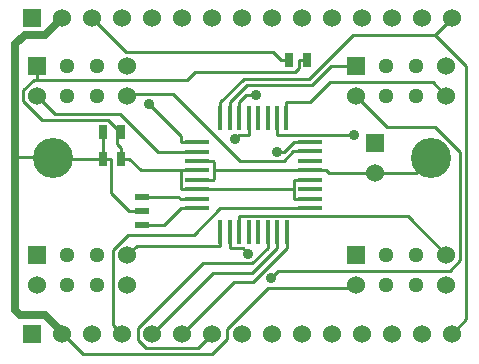
<source format=gtl>
G04 (created by PCBNEW (2013-mar-13)-testing) date Tue 23 Sep 2014 12:36:19 PM PDT*
%MOIN*%
G04 Gerber Fmt 3.4, Leading zero omitted, Abs format*
%FSLAX34Y34*%
G01*
G70*
G90*
G04 APERTURE LIST*
%ADD10C,0.005906*%
%ADD11R,0.060000X0.060000*%
%ADD12C,0.060000*%
%ADD13R,0.025000X0.045000*%
%ADD14R,0.078700X0.017700*%
%ADD15R,0.017700X0.078700*%
%ADD16R,0.051200X0.019700*%
%ADD17C,0.133900*%
%ADD18C,0.051000*%
%ADD19C,0.035000*%
%ADD20C,0.010000*%
%ADD21C,0.025000*%
G04 APERTURE END LIST*
G54D10*
G54D11*
X20559Y-33425D03*
G54D12*
X21559Y-33425D03*
X22559Y-33425D03*
X23559Y-33425D03*
X24559Y-33425D03*
X25559Y-33425D03*
X26559Y-33425D03*
X27559Y-33425D03*
X28559Y-33425D03*
X29559Y-33425D03*
X30559Y-33425D03*
X31559Y-33425D03*
X32559Y-33425D03*
X33559Y-33425D03*
X34559Y-33425D03*
G54D11*
X20559Y-22893D03*
G54D12*
X21559Y-22893D03*
X22559Y-22893D03*
X23559Y-22893D03*
X24559Y-22893D03*
X25559Y-22893D03*
X26559Y-22893D03*
X27559Y-22893D03*
X28559Y-22893D03*
X29559Y-22893D03*
X30559Y-22893D03*
X31559Y-22893D03*
X32559Y-22893D03*
X33559Y-22893D03*
X34559Y-22893D03*
G54D13*
X23528Y-26692D03*
X22928Y-26692D03*
X23528Y-27598D03*
X22928Y-27598D03*
G54D14*
X26056Y-29242D03*
X26056Y-28927D03*
X26056Y-28612D03*
X26056Y-28297D03*
X26056Y-27982D03*
X26056Y-27667D03*
X26056Y-27352D03*
X26056Y-27037D03*
X29822Y-27039D03*
X29822Y-29249D03*
X29822Y-28929D03*
X29822Y-28609D03*
X29822Y-28299D03*
X29822Y-27979D03*
X29822Y-27669D03*
X29822Y-27349D03*
G54D15*
X26840Y-26249D03*
X27154Y-26249D03*
X27470Y-26249D03*
X27784Y-26249D03*
X28100Y-26249D03*
X28414Y-26249D03*
X28730Y-26249D03*
X29044Y-26249D03*
X26842Y-30029D03*
X27152Y-30029D03*
X27472Y-30029D03*
X27782Y-30029D03*
X28092Y-30029D03*
X28412Y-30029D03*
X28732Y-30029D03*
X29052Y-30029D03*
G54D13*
X29129Y-24311D03*
X29729Y-24311D03*
G54D16*
X24212Y-29330D03*
X24212Y-29802D03*
X24212Y-28858D03*
G54D11*
X32007Y-27059D03*
G54D12*
X32007Y-28059D03*
G54D17*
X21259Y-27559D03*
X33858Y-27559D03*
G54D11*
X31374Y-30799D03*
G54D12*
X34374Y-30799D03*
X31374Y-31799D03*
X34374Y-31799D03*
G54D18*
X32374Y-30799D03*
X33374Y-30799D03*
X33374Y-31799D03*
X32374Y-31799D03*
G54D11*
X31374Y-24500D03*
G54D12*
X34374Y-24500D03*
X31374Y-25500D03*
X34374Y-25500D03*
G54D18*
X32374Y-24500D03*
X33374Y-24500D03*
X33374Y-25500D03*
X32374Y-25500D03*
G54D11*
X20744Y-30799D03*
G54D12*
X23744Y-30799D03*
X20744Y-31799D03*
X23744Y-31799D03*
G54D18*
X21744Y-30799D03*
X22744Y-30799D03*
X22744Y-31799D03*
X21744Y-31799D03*
G54D11*
X20744Y-24500D03*
G54D12*
X23744Y-24500D03*
X20744Y-25500D03*
X23744Y-25500D03*
G54D18*
X21744Y-24500D03*
X22744Y-24500D03*
X22744Y-25500D03*
X21744Y-25500D03*
G54D19*
X24451Y-25763D03*
X28517Y-31575D03*
X27766Y-30758D03*
X28012Y-25468D03*
X28737Y-27352D03*
X31304Y-26793D03*
X27331Y-26919D03*
G54D20*
X29822Y-28299D02*
X29279Y-28299D01*
X29822Y-28929D02*
X29279Y-28929D01*
X26056Y-27982D02*
X25513Y-27982D01*
X23528Y-27598D02*
X23803Y-27598D01*
X23528Y-26692D02*
X23390Y-26692D01*
X23390Y-27085D02*
X23528Y-27223D01*
X23390Y-26692D02*
X23390Y-27085D01*
X23528Y-27598D02*
X23528Y-27223D01*
X24187Y-27982D02*
X25513Y-27982D01*
X23803Y-27598D02*
X24187Y-27982D01*
X25513Y-28612D02*
X25513Y-27982D01*
X26056Y-28612D02*
X25513Y-28612D01*
X26056Y-28612D02*
X26600Y-28612D01*
X29279Y-28612D02*
X26600Y-28612D01*
X29279Y-28299D02*
X29279Y-28612D01*
X29279Y-28612D02*
X29279Y-28929D01*
X23390Y-26584D02*
X23390Y-26692D01*
X23094Y-26288D02*
X23390Y-26584D01*
X20883Y-26288D02*
X23094Y-26288D01*
X20275Y-25680D02*
X20883Y-26288D01*
X20275Y-25306D02*
X20275Y-25680D01*
X20631Y-24950D02*
X20275Y-25306D01*
X20744Y-24950D02*
X20631Y-24950D01*
X20744Y-24500D02*
X20744Y-24950D01*
X25722Y-24950D02*
X20744Y-24950D01*
X25986Y-24686D02*
X25722Y-24950D01*
X29319Y-24686D02*
X25986Y-24686D01*
X29454Y-24551D02*
X29319Y-24686D01*
X29454Y-24311D02*
X29454Y-24551D01*
X29729Y-24311D02*
X29454Y-24311D01*
X26090Y-33894D02*
X26559Y-33425D01*
X24362Y-33894D02*
X26090Y-33894D01*
X24097Y-33628D02*
X24362Y-33894D01*
X24097Y-33248D02*
X24097Y-33628D01*
X26262Y-31083D02*
X24097Y-33248D01*
X27902Y-31083D02*
X26262Y-31083D01*
X28412Y-30573D02*
X27902Y-31083D01*
X28412Y-30029D02*
X28412Y-30573D01*
X29052Y-30029D02*
X29052Y-30573D01*
X27927Y-31698D02*
X29052Y-30573D01*
X27285Y-31698D02*
X27927Y-31698D01*
X25559Y-33425D02*
X27285Y-31698D01*
X26585Y-31398D02*
X24559Y-33425D01*
X27907Y-31398D02*
X26585Y-31398D01*
X28732Y-30573D02*
X27907Y-31398D01*
X28732Y-30029D02*
X28732Y-30573D01*
X23277Y-33143D02*
X23559Y-33425D01*
X23277Y-30621D02*
X23277Y-33143D01*
X23774Y-30123D02*
X23277Y-30621D01*
X25961Y-30123D02*
X23774Y-30123D01*
X26835Y-29249D02*
X25961Y-30123D01*
X29822Y-29249D02*
X26835Y-29249D01*
X25513Y-26824D02*
X25513Y-27037D01*
X24451Y-25763D02*
X25513Y-26824D01*
X26056Y-27037D02*
X25513Y-27037D01*
X26842Y-30029D02*
X26842Y-30490D01*
X24052Y-30490D02*
X23744Y-30799D01*
X26842Y-30490D02*
X24052Y-30490D01*
X27152Y-30029D02*
X27152Y-30573D01*
X27581Y-30573D02*
X27766Y-30758D01*
X27152Y-30573D02*
X27581Y-30573D01*
X28761Y-31331D02*
X28517Y-31575D01*
X34478Y-31331D02*
X28761Y-31331D01*
X34827Y-30982D02*
X34478Y-31331D01*
X34827Y-27354D02*
X34827Y-30982D01*
X33999Y-26526D02*
X34827Y-27354D01*
X32400Y-26526D02*
X33999Y-26526D01*
X31374Y-25500D02*
X32400Y-26526D01*
X27470Y-26249D02*
X27470Y-25705D01*
X27708Y-25468D02*
X28012Y-25468D01*
X27470Y-25705D02*
X27708Y-25468D01*
X27154Y-26249D02*
X27154Y-25705D01*
X31374Y-24500D02*
X30923Y-24500D01*
X30518Y-24500D02*
X30923Y-24500D01*
X29887Y-25131D02*
X30518Y-24500D01*
X27729Y-25131D02*
X29887Y-25131D01*
X27154Y-25705D02*
X27729Y-25131D01*
X21332Y-26088D02*
X20744Y-25500D01*
X23496Y-26088D02*
X21332Y-26088D01*
X24761Y-27352D02*
X23496Y-26088D01*
X26056Y-27352D02*
X24761Y-27352D01*
X29279Y-29485D02*
X27472Y-29485D01*
X29303Y-29510D02*
X29279Y-29485D01*
X33085Y-29510D02*
X29303Y-29510D01*
X34374Y-30799D02*
X33085Y-29510D01*
X27472Y-30029D02*
X27472Y-29485D01*
X26840Y-26249D02*
X26840Y-25705D01*
X33994Y-23457D02*
X34559Y-22893D01*
X35043Y-24506D02*
X33994Y-23457D01*
X35043Y-32940D02*
X35043Y-24506D01*
X34559Y-33425D02*
X35043Y-32940D01*
X31256Y-23457D02*
X33994Y-23457D01*
X29782Y-24931D02*
X31256Y-23457D01*
X27615Y-24931D02*
X29782Y-24931D01*
X26840Y-25705D02*
X27615Y-24931D01*
X29274Y-27349D02*
X29822Y-27349D01*
X28946Y-27678D02*
X29274Y-27349D01*
X27504Y-27678D02*
X28946Y-27678D01*
X25264Y-25438D02*
X27504Y-27678D01*
X23806Y-25438D02*
X25264Y-25438D01*
X23744Y-25500D02*
X23806Y-25438D01*
X29822Y-27039D02*
X29279Y-27039D01*
X28965Y-27352D02*
X28737Y-27352D01*
X29279Y-27039D02*
X28965Y-27352D01*
X29827Y-25705D02*
X29044Y-25705D01*
X30485Y-25047D02*
X29827Y-25705D01*
X33922Y-25047D02*
X30485Y-25047D01*
X34374Y-25500D02*
X33922Y-25047D01*
X29044Y-26249D02*
X29044Y-25705D01*
X28730Y-26249D02*
X28730Y-26793D01*
X28730Y-26793D02*
X31304Y-26793D01*
X29129Y-24311D02*
X28854Y-24311D01*
X28578Y-24035D02*
X28854Y-24311D01*
X23701Y-24035D02*
X28578Y-24035D01*
X22559Y-22893D02*
X23701Y-24035D01*
X27784Y-26249D02*
X27784Y-26793D01*
X27457Y-26793D02*
X27331Y-26919D01*
X27784Y-26793D02*
X27457Y-26793D01*
X25444Y-28858D02*
X25513Y-28927D01*
X24212Y-28858D02*
X25444Y-28858D01*
X26056Y-28927D02*
X25513Y-28927D01*
X24953Y-29802D02*
X25513Y-29242D01*
X24212Y-29802D02*
X24953Y-29802D01*
X26056Y-29242D02*
X25513Y-29242D01*
X21299Y-27598D02*
X21259Y-27559D01*
X22653Y-27598D02*
X21299Y-27598D01*
X22812Y-27598D02*
X22653Y-27598D01*
X26056Y-28297D02*
X26600Y-28297D01*
X26617Y-27685D02*
X26600Y-27667D01*
X26617Y-27979D02*
X26617Y-27685D01*
X26617Y-28280D02*
X26617Y-27979D01*
X26600Y-28297D02*
X26617Y-28280D01*
X26617Y-27979D02*
X29822Y-27979D01*
X26056Y-27667D02*
X26600Y-27667D01*
G54D21*
X21559Y-33425D02*
X21559Y-33397D01*
G54D20*
X33358Y-28059D02*
X32007Y-28059D01*
X33858Y-27559D02*
X33358Y-28059D01*
X29822Y-27979D02*
X30366Y-27979D01*
X30445Y-28059D02*
X32007Y-28059D01*
X30366Y-27979D02*
X30445Y-28059D01*
G54D21*
X20000Y-32637D02*
X20000Y-27549D01*
X20157Y-32795D02*
X20000Y-32637D01*
X20984Y-32795D02*
X20157Y-32795D01*
X21559Y-33370D02*
X20984Y-32795D01*
X21559Y-33397D02*
X21559Y-33370D01*
X20988Y-23464D02*
X21559Y-22893D01*
X20314Y-23464D02*
X20988Y-23464D01*
X20000Y-23779D02*
X20314Y-23464D01*
X20000Y-27549D02*
X20000Y-23779D01*
G54D20*
X21250Y-27549D02*
X21259Y-27559D01*
X20000Y-27549D02*
X21250Y-27549D01*
X22870Y-27540D02*
X22928Y-27598D01*
X22928Y-27482D02*
X22870Y-27540D01*
X22928Y-26692D02*
X22928Y-27482D01*
X22870Y-27540D02*
X22812Y-27598D01*
X23203Y-28727D02*
X23203Y-27598D01*
X23806Y-29330D02*
X23203Y-28727D01*
X24212Y-29330D02*
X23806Y-29330D01*
X22928Y-27598D02*
X23203Y-27598D01*
X31273Y-31900D02*
X31374Y-31799D01*
X28441Y-31900D02*
X31273Y-31900D01*
X27059Y-33283D02*
X28441Y-31900D01*
X27059Y-33591D02*
X27059Y-33283D01*
X26556Y-34094D02*
X27059Y-33591D01*
X22255Y-34094D02*
X26556Y-34094D01*
X21559Y-33397D02*
X22255Y-34094D01*
M02*

</source>
